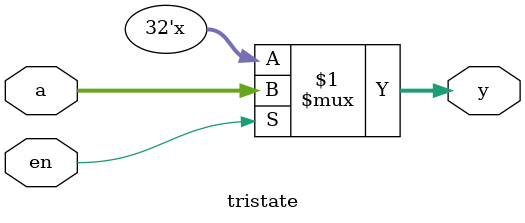
<source format=sv>
module tristate(input logic [31:0]a, input logic en, output tri [31:0]y);

assign y = en ? a : 32'bz;

endmodule 
</source>
